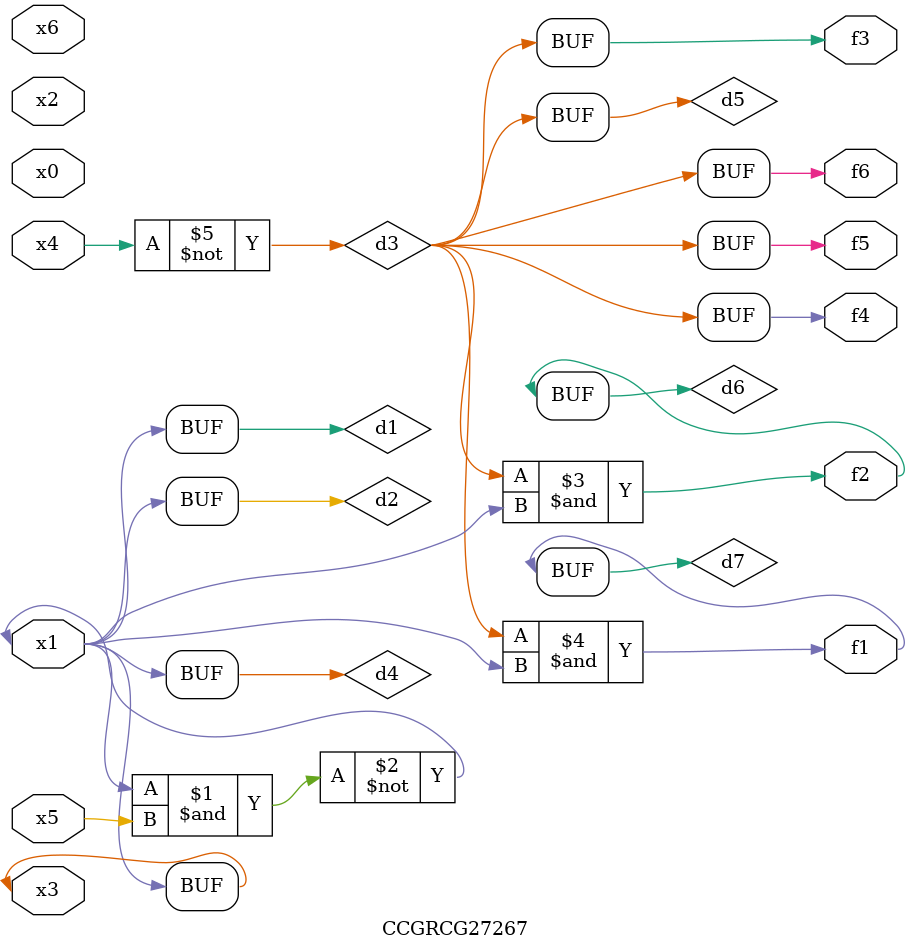
<source format=v>
module CCGRCG27267(
	input x0, x1, x2, x3, x4, x5, x6,
	output f1, f2, f3, f4, f5, f6
);

	wire d1, d2, d3, d4, d5, d6, d7;

	buf (d1, x1, x3);
	nand (d2, x1, x5);
	not (d3, x4);
	buf (d4, d1, d2);
	buf (d5, d3);
	and (d6, d3, d4);
	and (d7, d3, d4);
	assign f1 = d7;
	assign f2 = d6;
	assign f3 = d5;
	assign f4 = d5;
	assign f5 = d5;
	assign f6 = d5;
endmodule

</source>
